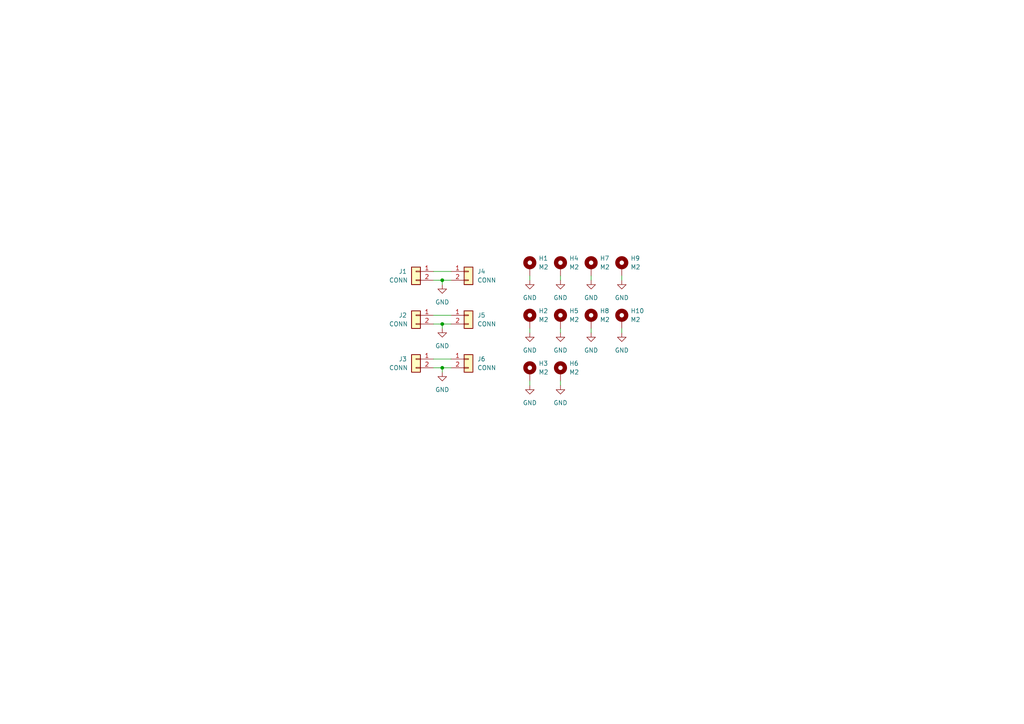
<source format=kicad_sch>
(kicad_sch (version 20211123) (generator eeschema)
  (paper "A4")
  (title_block (title "009 PCB Connector x3") (date "2022-01-30") (rev "1") (company "Halidelabs") (comment 1 "contact@halidelabs.eu"))
  (lib_symbols
    (symbol "Connector_Generic:Conn_01x02" (pin_names (offset 1.016) hide)
      (property "Reference" "J" (at 0 2.54 0))
      (property "Value" "Conn_01x02" (at 0 -5.08 0))
      (symbol "Conn_01x02_1_1"
        (rectangle (start -1.27 -2.413) (end 0 -2.667) (stroke (width 0.1524)))
        (rectangle (start -1.27 0.127) (end 0 -0.127) (stroke (width 0.1524)))
        (rectangle (start -1.27 1.27) (end 1.27 -3.81) (stroke (width 0.254)) (fill (type background)))
        (pin passive line (at -5.08 0 0) (length 3.81) (name "Pin_1") (number "1"))
        (pin passive line (at -5.08 -2.54 0) (length 3.81) (name "Pin_2") (number "2"))
      )
    )
    (symbol "Mechanical:MountingHole_Pad" (pin_numbers hide) (pin_names (offset 1.016) hide)
      (property "Reference" "H" (at 0 6.35 0))
      (property "Value" "MountingHole_Pad" (at 0 4.445 0))
      (symbol "MountingHole_Pad_0_1"
        (circle (center 0 1.27) (radius 1.27) (stroke (width 1.27)))
      )
      (symbol "MountingHole_Pad_1_1"
        (pin input line (at 0 -2.54 90) (length 2.54) (name "1") (number "1"))
      )
    )
    (symbol "power:GND" (power) (pin_names (offset 0))
      (property "Value" "GND" (at 0 -3.81 0))
      (symbol "GND_0_1"
        (polyline (pts (xy 0 0) (xy 0 -1.27) (xy 1.27 -1.27) (xy 0 -2.54) (xy -1.27 -1.27) (xy 0 -1.27)))
      )
      (symbol "GND_1_1"
        (pin power_in line (at 0 0 270) (length 0) hide (name "GND") (number "1"))
      )
    )
  )
  (junction (at 128.27 81.28))
  (junction (at 128.27 106.68))
  (junction (at 128.27 93.98))
  (wire (pts (xy 128.27 106.68) (xy 130.81 106.68)))
  (wire (pts (xy 125.73 81.28) (xy 128.27 81.28)))
  (wire (pts (xy 128.27 81.28) (xy 130.81 81.28)))
  (wire (pts (xy 162.56 110.49) (xy 162.56 111.76)))
  (wire (pts (xy 180.34 95.25) (xy 180.34 96.52)))
  (wire (pts (xy 162.56 80.01) (xy 162.56 81.28)))
  (wire (pts (xy 171.45 95.25) (xy 171.45 96.52)))
  (wire (pts (xy 125.73 93.98) (xy 128.27 93.98)))
  (wire (pts (xy 128.27 93.98) (xy 128.27 95.25)))
  (wire (pts (xy 125.73 91.44) (xy 130.81 91.44)))
  (wire (pts (xy 180.34 80.01) (xy 180.34 81.28)))
  (wire (pts (xy 128.27 93.98) (xy 130.81 93.98)))
  (wire (pts (xy 171.45 80.01) (xy 171.45 81.28)))
  (wire (pts (xy 128.27 81.28) (xy 128.27 82.55)))
  (wire (pts (xy 153.67 110.49) (xy 153.67 111.76)))
  (wire (pts (xy 162.56 95.25) (xy 162.56 96.52)))
  (wire (pts (xy 128.27 106.68) (xy 128.27 107.95)))
  (wire (pts (xy 153.67 95.25) (xy 153.67 96.52)))
  (wire (pts (xy 125.73 78.74) (xy 130.81 78.74)))
  (wire (pts (xy 125.73 104.14) (xy 130.81 104.14)))
  (wire (pts (xy 153.67 80.01) (xy 153.67 81.28)))
  (wire (pts (xy 125.73 106.68) (xy 128.27 106.68)))
  (symbol (lib_id "Mechanical:MountingHole_Pad") (at 180.34 92.71 0) (unit 1)
    (property "Reference" "H10" (at 182.88 90.1699 0) (effects (justify left)))
    (property "Value" "M2" (at 182.88 92.7099 0) (effects (justify left)))
    (property "Footprint" "modular-rf-bench-footprints:M2-hole" (effects hide))
  )
  (symbol (lib_id "power:GND") (at 162.56 81.28 0) (unit 1)
    (property "Reference" "#PWR07" (effects hide))
    (property "Value" "GND" (at 162.56 86.36 0))
  )
  (symbol (lib_id "power:GND") (at 128.27 95.25 0) (unit 1)
    (property "Reference" "#PWR02" (effects hide))
    (property "Value" "GND" (at 128.27 100.33 0))
  )
  (symbol (lib_id "Mechanical:MountingHole_Pad") (at 162.56 92.71 0) (unit 1)
    (property "Reference" "H5" (at 165.1 90.1699 0) (effects (justify left)))
    (property "Value" "M2" (at 165.1 92.7099 0) (effects (justify left)))
    (property "Footprint" "modular-rf-bench-footprints:M2-hole" (effects hide))
  )
  (symbol (lib_id "Connector_Generic:Conn_01x02") (at 135.89 104.14 0) (unit 1)
    (property "Reference" "J6" (at 138.43 104.1399 0) (effects (justify left)))
    (property "Value" "CONN" (at 138.43 106.6799 0) (effects (justify left)))
    (property "Footprint" "modular-rf-bench-footprints:edge-connector" (effects hide))
  )
  (symbol (lib_id "power:GND") (at 153.67 81.28 0) (unit 1)
    (property "Reference" "#PWR04" (effects hide))
    (property "Value" "GND" (at 153.67 86.36 0))
  )
  (symbol (lib_id "Mechanical:MountingHole_Pad") (at 153.67 107.95 0) (unit 1)
    (property "Reference" "H3" (at 156.21 105.4099 0) (effects (justify left)))
    (property "Value" "M2" (at 156.21 107.9499 0) (effects (justify left)))
    (property "Footprint" "modular-rf-bench-footprints:M2-hole" (effects hide))
  )
  (symbol (lib_id "Mechanical:MountingHole_Pad") (at 162.56 77.47 0) (unit 1)
    (property "Reference" "H4" (at 165.1 74.9299 0) (effects (justify left)))
    (property "Value" "M2" (at 165.1 77.4699 0) (effects (justify left)))
    (property "Footprint" "modular-rf-bench-footprints:M2-hole" (effects hide))
  )
  (symbol (lib_id "power:GND") (at 153.67 111.76 0) (unit 1)
    (property "Reference" "#PWR06" (effects hide))
    (property "Value" "GND" (at 153.67 116.84 0))
  )
  (symbol (lib_id "power:GND") (at 162.56 111.76 0) (unit 1)
    (property "Reference" "#PWR09" (effects hide))
    (property "Value" "GND" (at 162.56 116.84 0))
  )
  (symbol (lib_id "power:GND") (at 171.45 81.28 0) (unit 1)
    (property "Reference" "#PWR010" (effects hide))
    (property "Value" "GND" (at 171.45 86.36 0))
  )
  (symbol (lib_id "power:GND") (at 153.67 96.52 0) (unit 1)
    (property "Reference" "#PWR05" (effects hide))
    (property "Value" "GND" (at 153.67 101.6 0))
  )
  (symbol (lib_id "power:GND") (at 128.27 107.95 0) (unit 1)
    (property "Reference" "#PWR03" (effects hide))
    (property "Value" "GND" (at 128.27 113.03 0))
  )
  (symbol (lib_id "Connector_Generic:Conn_01x02") (at 120.65 104.14 0) (mirror y) (unit 1)
    (property "Reference" "J3" (at 116.84 104.14 0))
    (property "Value" "CONN" (at 115.57 106.68 0))
    (property "Footprint" "modular-rf-bench-footprints:edge-connector" (effects hide))
  )
  (symbol (lib_id "power:GND") (at 171.45 96.52 0) (unit 1)
    (property "Reference" "#PWR011" (effects hide))
    (property "Value" "GND" (at 171.45 101.6 0))
  )
  (symbol (lib_id "Mechanical:MountingHole_Pad") (at 171.45 92.71 0) (unit 1)
    (property "Reference" "H8" (at 173.99 90.1699 0) (effects (justify left)))
    (property "Value" "M2" (at 173.99 92.7099 0) (effects (justify left)))
    (property "Footprint" "modular-rf-bench-footprints:M2-hole" (effects hide))
  )
  (symbol (lib_id "Mechanical:MountingHole_Pad") (at 162.56 107.95 0) (unit 1)
    (property "Reference" "H6" (at 165.1 105.4099 0) (effects (justify left)))
    (property "Value" "M2" (at 165.1 107.9499 0) (effects (justify left)))
    (property "Footprint" "modular-rf-bench-footprints:M2-hole" (effects hide))
  )
  (symbol (lib_id "Mechanical:MountingHole_Pad") (at 180.34 77.47 0) (unit 1)
    (property "Reference" "H9" (at 182.88 74.9299 0) (effects (justify left)))
    (property "Value" "M2" (at 182.88 77.4699 0) (effects (justify left)))
    (property "Footprint" "modular-rf-bench-footprints:M2-hole" (effects hide))
  )
  (symbol (lib_id "power:GND") (at 128.27 82.55 0) (unit 1)
    (property "Reference" "#PWR01" (effects hide))
    (property "Value" "GND" (at 128.27 87.63 0))
  )
  (symbol (lib_id "Connector_Generic:Conn_01x02") (at 135.89 78.74 0) (unit 1)
    (property "Reference" "J4" (at 138.43 78.7399 0) (effects (justify left)))
    (property "Value" "CONN" (at 138.43 81.2799 0) (effects (justify left)))
    (property "Footprint" "modular-rf-bench-footprints:edge-connector" (effects hide))
  )
  (symbol (lib_id "power:GND") (at 180.34 96.52 0) (unit 1)
    (property "Reference" "#PWR013" (effects hide))
    (property "Value" "GND" (at 180.34 101.6 0))
  )
  (symbol (lib_id "power:GND") (at 162.56 96.52 0) (unit 1)
    (property "Reference" "#PWR08" (effects hide))
    (property "Value" "GND" (at 162.56 101.6 0))
  )
  (symbol (lib_id "power:GND") (at 180.34 81.28 0) (unit 1)
    (property "Reference" "#PWR012" (effects hide))
    (property "Value" "GND" (at 180.34 86.36 0))
  )
  (symbol (lib_id "Mechanical:MountingHole_Pad") (at 153.67 92.71 0) (unit 1)
    (property "Reference" "H2" (at 156.21 90.1699 0) (effects (justify left)))
    (property "Value" "M2" (at 156.21 92.7099 0) (effects (justify left)))
    (property "Footprint" "modular-rf-bench-footprints:M2-hole" (effects hide))
  )
  (symbol (lib_id "Mechanical:MountingHole_Pad") (at 171.45 77.47 0) (unit 1)
    (property "Reference" "H7" (at 173.99 74.9299 0) (effects (justify left)))
    (property "Value" "M2" (at 173.99 77.4699 0) (effects (justify left)))
    (property "Footprint" "modular-rf-bench-footprints:M2-hole" (effects hide))
  )
  (symbol (lib_id "Mechanical:MountingHole_Pad") (at 153.67 77.47 0) (unit 1)
    (property "Reference" "H1" (at 156.21 74.9299 0) (effects (justify left)))
    (property "Value" "M2" (at 156.21 77.4699 0) (effects (justify left)))
    (property "Footprint" "modular-rf-bench-footprints:M2-hole" (effects hide))
  )
  (symbol (lib_id "Connector_Generic:Conn_01x02") (at 120.65 91.44 0) (mirror y) (unit 1)
    (property "Reference" "J2" (at 116.84 91.44 0))
    (property "Value" "CONN" (at 115.57 93.98 0))
    (property "Footprint" "modular-rf-bench-footprints:edge-connector" (effects hide))
  )
  (symbol (lib_id "Connector_Generic:Conn_01x02") (at 135.89 91.44 0) (unit 1)
    (property "Reference" "J5" (at 138.43 91.4399 0) (effects (justify left)))
    (property "Value" "CONN" (at 138.43 93.9799 0) (effects (justify left)))
    (property "Footprint" "modular-rf-bench-footprints:edge-connector" (effects hide))
  )
  (symbol (lib_id "Connector_Generic:Conn_01x02") (at 120.65 78.74 0) (mirror y) (unit 1)
    (property "Reference" "J1" (at 116.84 78.74 0))
    (property "Value" "CONN" (at 115.57 81.28 0))
    (property "Footprint" "modular-rf-bench-footprints:edge-connector" (effects hide))
  )
)
</source>
